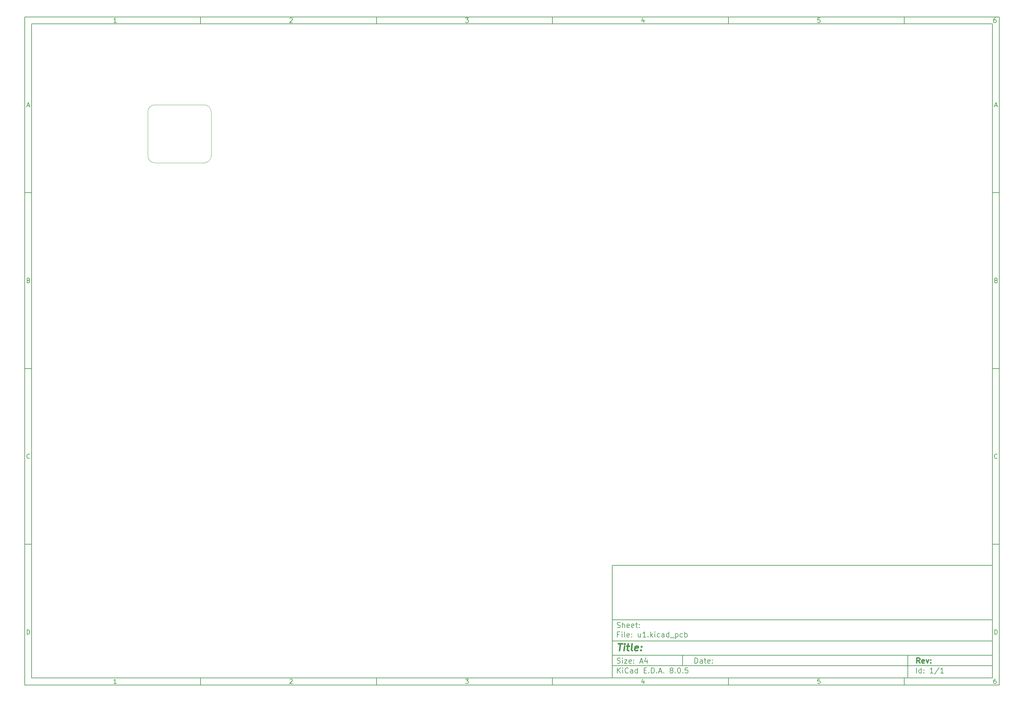
<source format=gm1>
%TF.GenerationSoftware,KiCad,Pcbnew,8.0.5*%
%TF.CreationDate,2024-11-25T09:27:34+08:00*%
%TF.ProjectId,u1,75312e6b-6963-4616-945f-706362585858,rev?*%
%TF.SameCoordinates,PX2aea540PY2160ec0*%
%TF.FileFunction,Profile,NP*%
%FSLAX46Y46*%
G04 Gerber Fmt 4.6, Leading zero omitted, Abs format (unit mm)*
G04 Created by KiCad (PCBNEW 8.0.5) date 2024-11-25 09:27:34*
%MOMM*%
%LPD*%
G01*
G04 APERTURE LIST*
%ADD10C,0.100000*%
%ADD11C,0.150000*%
%ADD12C,0.300000*%
%ADD13C,0.400000*%
%TA.AperFunction,Profile*%
%ADD14C,0.050000*%
%TD*%
G04 APERTURE END LIST*
D10*
D11*
X132002200Y-131007200D02*
X240002200Y-131007200D01*
X240002200Y-163007200D01*
X132002200Y-163007200D01*
X132002200Y-131007200D01*
D10*
D11*
X-35000000Y25000000D02*
X242002200Y25000000D01*
X242002200Y-165007200D01*
X-35000000Y-165007200D01*
X-35000000Y25000000D01*
D10*
D11*
X-33000000Y23000000D02*
X240002200Y23000000D01*
X240002200Y-163007200D01*
X-33000000Y-163007200D01*
X-33000000Y23000000D01*
D10*
D11*
X15000000Y23000000D02*
X15000000Y25000000D01*
D10*
D11*
X65000000Y23000000D02*
X65000000Y25000000D01*
D10*
D11*
X115000000Y23000000D02*
X115000000Y25000000D01*
D10*
D11*
X165000000Y23000000D02*
X165000000Y25000000D01*
D10*
D11*
X215000000Y23000000D02*
X215000000Y25000000D01*
D10*
D11*
X-8910840Y23406396D02*
X-9653697Y23406396D01*
X-9282269Y23406396D02*
X-9282269Y24706396D01*
X-9282269Y24706396D02*
X-9406078Y24520681D01*
X-9406078Y24520681D02*
X-9529888Y24396872D01*
X-9529888Y24396872D02*
X-9653697Y24334967D01*
D10*
D11*
X40346303Y24582586D02*
X40408207Y24644491D01*
X40408207Y24644491D02*
X40532017Y24706396D01*
X40532017Y24706396D02*
X40841541Y24706396D01*
X40841541Y24706396D02*
X40965350Y24644491D01*
X40965350Y24644491D02*
X41027255Y24582586D01*
X41027255Y24582586D02*
X41089160Y24458777D01*
X41089160Y24458777D02*
X41089160Y24334967D01*
X41089160Y24334967D02*
X41027255Y24149253D01*
X41027255Y24149253D02*
X40284398Y23406396D01*
X40284398Y23406396D02*
X41089160Y23406396D01*
D10*
D11*
X90284398Y24706396D02*
X91089160Y24706396D01*
X91089160Y24706396D02*
X90655826Y24211158D01*
X90655826Y24211158D02*
X90841541Y24211158D01*
X90841541Y24211158D02*
X90965350Y24149253D01*
X90965350Y24149253D02*
X91027255Y24087348D01*
X91027255Y24087348D02*
X91089160Y23963539D01*
X91089160Y23963539D02*
X91089160Y23654015D01*
X91089160Y23654015D02*
X91027255Y23530205D01*
X91027255Y23530205D02*
X90965350Y23468300D01*
X90965350Y23468300D02*
X90841541Y23406396D01*
X90841541Y23406396D02*
X90470112Y23406396D01*
X90470112Y23406396D02*
X90346303Y23468300D01*
X90346303Y23468300D02*
X90284398Y23530205D01*
D10*
D11*
X140965350Y24273062D02*
X140965350Y23406396D01*
X140655826Y24768300D02*
X140346303Y23839729D01*
X140346303Y23839729D02*
X141151064Y23839729D01*
D10*
D11*
X191027255Y24706396D02*
X190408207Y24706396D01*
X190408207Y24706396D02*
X190346303Y24087348D01*
X190346303Y24087348D02*
X190408207Y24149253D01*
X190408207Y24149253D02*
X190532017Y24211158D01*
X190532017Y24211158D02*
X190841541Y24211158D01*
X190841541Y24211158D02*
X190965350Y24149253D01*
X190965350Y24149253D02*
X191027255Y24087348D01*
X191027255Y24087348D02*
X191089160Y23963539D01*
X191089160Y23963539D02*
X191089160Y23654015D01*
X191089160Y23654015D02*
X191027255Y23530205D01*
X191027255Y23530205D02*
X190965350Y23468300D01*
X190965350Y23468300D02*
X190841541Y23406396D01*
X190841541Y23406396D02*
X190532017Y23406396D01*
X190532017Y23406396D02*
X190408207Y23468300D01*
X190408207Y23468300D02*
X190346303Y23530205D01*
D10*
D11*
X240965350Y24706396D02*
X240717731Y24706396D01*
X240717731Y24706396D02*
X240593922Y24644491D01*
X240593922Y24644491D02*
X240532017Y24582586D01*
X240532017Y24582586D02*
X240408207Y24396872D01*
X240408207Y24396872D02*
X240346303Y24149253D01*
X240346303Y24149253D02*
X240346303Y23654015D01*
X240346303Y23654015D02*
X240408207Y23530205D01*
X240408207Y23530205D02*
X240470112Y23468300D01*
X240470112Y23468300D02*
X240593922Y23406396D01*
X240593922Y23406396D02*
X240841541Y23406396D01*
X240841541Y23406396D02*
X240965350Y23468300D01*
X240965350Y23468300D02*
X241027255Y23530205D01*
X241027255Y23530205D02*
X241089160Y23654015D01*
X241089160Y23654015D02*
X241089160Y23963539D01*
X241089160Y23963539D02*
X241027255Y24087348D01*
X241027255Y24087348D02*
X240965350Y24149253D01*
X240965350Y24149253D02*
X240841541Y24211158D01*
X240841541Y24211158D02*
X240593922Y24211158D01*
X240593922Y24211158D02*
X240470112Y24149253D01*
X240470112Y24149253D02*
X240408207Y24087348D01*
X240408207Y24087348D02*
X240346303Y23963539D01*
D10*
D11*
X15000000Y-163007200D02*
X15000000Y-165007200D01*
D10*
D11*
X65000000Y-163007200D02*
X65000000Y-165007200D01*
D10*
D11*
X115000000Y-163007200D02*
X115000000Y-165007200D01*
D10*
D11*
X165000000Y-163007200D02*
X165000000Y-165007200D01*
D10*
D11*
X215000000Y-163007200D02*
X215000000Y-165007200D01*
D10*
D11*
X-8910840Y-164600804D02*
X-9653697Y-164600804D01*
X-9282269Y-164600804D02*
X-9282269Y-163300804D01*
X-9282269Y-163300804D02*
X-9406078Y-163486519D01*
X-9406078Y-163486519D02*
X-9529888Y-163610328D01*
X-9529888Y-163610328D02*
X-9653697Y-163672233D01*
D10*
D11*
X40346303Y-163424614D02*
X40408207Y-163362709D01*
X40408207Y-163362709D02*
X40532017Y-163300804D01*
X40532017Y-163300804D02*
X40841541Y-163300804D01*
X40841541Y-163300804D02*
X40965350Y-163362709D01*
X40965350Y-163362709D02*
X41027255Y-163424614D01*
X41027255Y-163424614D02*
X41089160Y-163548423D01*
X41089160Y-163548423D02*
X41089160Y-163672233D01*
X41089160Y-163672233D02*
X41027255Y-163857947D01*
X41027255Y-163857947D02*
X40284398Y-164600804D01*
X40284398Y-164600804D02*
X41089160Y-164600804D01*
D10*
D11*
X90284398Y-163300804D02*
X91089160Y-163300804D01*
X91089160Y-163300804D02*
X90655826Y-163796042D01*
X90655826Y-163796042D02*
X90841541Y-163796042D01*
X90841541Y-163796042D02*
X90965350Y-163857947D01*
X90965350Y-163857947D02*
X91027255Y-163919852D01*
X91027255Y-163919852D02*
X91089160Y-164043661D01*
X91089160Y-164043661D02*
X91089160Y-164353185D01*
X91089160Y-164353185D02*
X91027255Y-164476995D01*
X91027255Y-164476995D02*
X90965350Y-164538900D01*
X90965350Y-164538900D02*
X90841541Y-164600804D01*
X90841541Y-164600804D02*
X90470112Y-164600804D01*
X90470112Y-164600804D02*
X90346303Y-164538900D01*
X90346303Y-164538900D02*
X90284398Y-164476995D01*
D10*
D11*
X140965350Y-163734138D02*
X140965350Y-164600804D01*
X140655826Y-163238900D02*
X140346303Y-164167471D01*
X140346303Y-164167471D02*
X141151064Y-164167471D01*
D10*
D11*
X191027255Y-163300804D02*
X190408207Y-163300804D01*
X190408207Y-163300804D02*
X190346303Y-163919852D01*
X190346303Y-163919852D02*
X190408207Y-163857947D01*
X190408207Y-163857947D02*
X190532017Y-163796042D01*
X190532017Y-163796042D02*
X190841541Y-163796042D01*
X190841541Y-163796042D02*
X190965350Y-163857947D01*
X190965350Y-163857947D02*
X191027255Y-163919852D01*
X191027255Y-163919852D02*
X191089160Y-164043661D01*
X191089160Y-164043661D02*
X191089160Y-164353185D01*
X191089160Y-164353185D02*
X191027255Y-164476995D01*
X191027255Y-164476995D02*
X190965350Y-164538900D01*
X190965350Y-164538900D02*
X190841541Y-164600804D01*
X190841541Y-164600804D02*
X190532017Y-164600804D01*
X190532017Y-164600804D02*
X190408207Y-164538900D01*
X190408207Y-164538900D02*
X190346303Y-164476995D01*
D10*
D11*
X240965350Y-163300804D02*
X240717731Y-163300804D01*
X240717731Y-163300804D02*
X240593922Y-163362709D01*
X240593922Y-163362709D02*
X240532017Y-163424614D01*
X240532017Y-163424614D02*
X240408207Y-163610328D01*
X240408207Y-163610328D02*
X240346303Y-163857947D01*
X240346303Y-163857947D02*
X240346303Y-164353185D01*
X240346303Y-164353185D02*
X240408207Y-164476995D01*
X240408207Y-164476995D02*
X240470112Y-164538900D01*
X240470112Y-164538900D02*
X240593922Y-164600804D01*
X240593922Y-164600804D02*
X240841541Y-164600804D01*
X240841541Y-164600804D02*
X240965350Y-164538900D01*
X240965350Y-164538900D02*
X241027255Y-164476995D01*
X241027255Y-164476995D02*
X241089160Y-164353185D01*
X241089160Y-164353185D02*
X241089160Y-164043661D01*
X241089160Y-164043661D02*
X241027255Y-163919852D01*
X241027255Y-163919852D02*
X240965350Y-163857947D01*
X240965350Y-163857947D02*
X240841541Y-163796042D01*
X240841541Y-163796042D02*
X240593922Y-163796042D01*
X240593922Y-163796042D02*
X240470112Y-163857947D01*
X240470112Y-163857947D02*
X240408207Y-163919852D01*
X240408207Y-163919852D02*
X240346303Y-164043661D01*
D10*
D11*
X-35000000Y-25000000D02*
X-33000000Y-25000000D01*
D10*
D11*
X-35000000Y-75000000D02*
X-33000000Y-75000000D01*
D10*
D11*
X-35000000Y-125000000D02*
X-33000000Y-125000000D01*
D10*
D11*
X-34309524Y-222176D02*
X-33690477Y-222176D01*
X-34433334Y-593604D02*
X-34000001Y706396D01*
X-34000001Y706396D02*
X-33566667Y-593604D01*
D10*
D11*
X-33907143Y-49912652D02*
X-33721429Y-49974557D01*
X-33721429Y-49974557D02*
X-33659524Y-50036461D01*
X-33659524Y-50036461D02*
X-33597620Y-50160271D01*
X-33597620Y-50160271D02*
X-33597620Y-50345985D01*
X-33597620Y-50345985D02*
X-33659524Y-50469795D01*
X-33659524Y-50469795D02*
X-33721429Y-50531700D01*
X-33721429Y-50531700D02*
X-33845239Y-50593604D01*
X-33845239Y-50593604D02*
X-34340477Y-50593604D01*
X-34340477Y-50593604D02*
X-34340477Y-49293604D01*
X-34340477Y-49293604D02*
X-33907143Y-49293604D01*
X-33907143Y-49293604D02*
X-33783334Y-49355509D01*
X-33783334Y-49355509D02*
X-33721429Y-49417414D01*
X-33721429Y-49417414D02*
X-33659524Y-49541223D01*
X-33659524Y-49541223D02*
X-33659524Y-49665033D01*
X-33659524Y-49665033D02*
X-33721429Y-49788842D01*
X-33721429Y-49788842D02*
X-33783334Y-49850747D01*
X-33783334Y-49850747D02*
X-33907143Y-49912652D01*
X-33907143Y-49912652D02*
X-34340477Y-49912652D01*
D10*
D11*
X-33597620Y-100469795D02*
X-33659524Y-100531700D01*
X-33659524Y-100531700D02*
X-33845239Y-100593604D01*
X-33845239Y-100593604D02*
X-33969048Y-100593604D01*
X-33969048Y-100593604D02*
X-34154762Y-100531700D01*
X-34154762Y-100531700D02*
X-34278572Y-100407890D01*
X-34278572Y-100407890D02*
X-34340477Y-100284080D01*
X-34340477Y-100284080D02*
X-34402381Y-100036461D01*
X-34402381Y-100036461D02*
X-34402381Y-99850747D01*
X-34402381Y-99850747D02*
X-34340477Y-99603128D01*
X-34340477Y-99603128D02*
X-34278572Y-99479319D01*
X-34278572Y-99479319D02*
X-34154762Y-99355509D01*
X-34154762Y-99355509D02*
X-33969048Y-99293604D01*
X-33969048Y-99293604D02*
X-33845239Y-99293604D01*
X-33845239Y-99293604D02*
X-33659524Y-99355509D01*
X-33659524Y-99355509D02*
X-33597620Y-99417414D01*
D10*
D11*
X-34340477Y-150593604D02*
X-34340477Y-149293604D01*
X-34340477Y-149293604D02*
X-34030953Y-149293604D01*
X-34030953Y-149293604D02*
X-33845239Y-149355509D01*
X-33845239Y-149355509D02*
X-33721429Y-149479319D01*
X-33721429Y-149479319D02*
X-33659524Y-149603128D01*
X-33659524Y-149603128D02*
X-33597620Y-149850747D01*
X-33597620Y-149850747D02*
X-33597620Y-150036461D01*
X-33597620Y-150036461D02*
X-33659524Y-150284080D01*
X-33659524Y-150284080D02*
X-33721429Y-150407890D01*
X-33721429Y-150407890D02*
X-33845239Y-150531700D01*
X-33845239Y-150531700D02*
X-34030953Y-150593604D01*
X-34030953Y-150593604D02*
X-34340477Y-150593604D01*
D10*
D11*
X242002200Y-25000000D02*
X240002200Y-25000000D01*
D10*
D11*
X242002200Y-75000000D02*
X240002200Y-75000000D01*
D10*
D11*
X242002200Y-125000000D02*
X240002200Y-125000000D01*
D10*
D11*
X240692676Y-222176D02*
X241311723Y-222176D01*
X240568866Y-593604D02*
X241002199Y706396D01*
X241002199Y706396D02*
X241435533Y-593604D01*
D10*
D11*
X241095057Y-49912652D02*
X241280771Y-49974557D01*
X241280771Y-49974557D02*
X241342676Y-50036461D01*
X241342676Y-50036461D02*
X241404580Y-50160271D01*
X241404580Y-50160271D02*
X241404580Y-50345985D01*
X241404580Y-50345985D02*
X241342676Y-50469795D01*
X241342676Y-50469795D02*
X241280771Y-50531700D01*
X241280771Y-50531700D02*
X241156961Y-50593604D01*
X241156961Y-50593604D02*
X240661723Y-50593604D01*
X240661723Y-50593604D02*
X240661723Y-49293604D01*
X240661723Y-49293604D02*
X241095057Y-49293604D01*
X241095057Y-49293604D02*
X241218866Y-49355509D01*
X241218866Y-49355509D02*
X241280771Y-49417414D01*
X241280771Y-49417414D02*
X241342676Y-49541223D01*
X241342676Y-49541223D02*
X241342676Y-49665033D01*
X241342676Y-49665033D02*
X241280771Y-49788842D01*
X241280771Y-49788842D02*
X241218866Y-49850747D01*
X241218866Y-49850747D02*
X241095057Y-49912652D01*
X241095057Y-49912652D02*
X240661723Y-49912652D01*
D10*
D11*
X241404580Y-100469795D02*
X241342676Y-100531700D01*
X241342676Y-100531700D02*
X241156961Y-100593604D01*
X241156961Y-100593604D02*
X241033152Y-100593604D01*
X241033152Y-100593604D02*
X240847438Y-100531700D01*
X240847438Y-100531700D02*
X240723628Y-100407890D01*
X240723628Y-100407890D02*
X240661723Y-100284080D01*
X240661723Y-100284080D02*
X240599819Y-100036461D01*
X240599819Y-100036461D02*
X240599819Y-99850747D01*
X240599819Y-99850747D02*
X240661723Y-99603128D01*
X240661723Y-99603128D02*
X240723628Y-99479319D01*
X240723628Y-99479319D02*
X240847438Y-99355509D01*
X240847438Y-99355509D02*
X241033152Y-99293604D01*
X241033152Y-99293604D02*
X241156961Y-99293604D01*
X241156961Y-99293604D02*
X241342676Y-99355509D01*
X241342676Y-99355509D02*
X241404580Y-99417414D01*
D10*
D11*
X240661723Y-150593604D02*
X240661723Y-149293604D01*
X240661723Y-149293604D02*
X240971247Y-149293604D01*
X240971247Y-149293604D02*
X241156961Y-149355509D01*
X241156961Y-149355509D02*
X241280771Y-149479319D01*
X241280771Y-149479319D02*
X241342676Y-149603128D01*
X241342676Y-149603128D02*
X241404580Y-149850747D01*
X241404580Y-149850747D02*
X241404580Y-150036461D01*
X241404580Y-150036461D02*
X241342676Y-150284080D01*
X241342676Y-150284080D02*
X241280771Y-150407890D01*
X241280771Y-150407890D02*
X241156961Y-150531700D01*
X241156961Y-150531700D02*
X240971247Y-150593604D01*
X240971247Y-150593604D02*
X240661723Y-150593604D01*
D10*
D11*
X155458026Y-158793328D02*
X155458026Y-157293328D01*
X155458026Y-157293328D02*
X155815169Y-157293328D01*
X155815169Y-157293328D02*
X156029455Y-157364757D01*
X156029455Y-157364757D02*
X156172312Y-157507614D01*
X156172312Y-157507614D02*
X156243741Y-157650471D01*
X156243741Y-157650471D02*
X156315169Y-157936185D01*
X156315169Y-157936185D02*
X156315169Y-158150471D01*
X156315169Y-158150471D02*
X156243741Y-158436185D01*
X156243741Y-158436185D02*
X156172312Y-158579042D01*
X156172312Y-158579042D02*
X156029455Y-158721900D01*
X156029455Y-158721900D02*
X155815169Y-158793328D01*
X155815169Y-158793328D02*
X155458026Y-158793328D01*
X157600884Y-158793328D02*
X157600884Y-158007614D01*
X157600884Y-158007614D02*
X157529455Y-157864757D01*
X157529455Y-157864757D02*
X157386598Y-157793328D01*
X157386598Y-157793328D02*
X157100884Y-157793328D01*
X157100884Y-157793328D02*
X156958026Y-157864757D01*
X157600884Y-158721900D02*
X157458026Y-158793328D01*
X157458026Y-158793328D02*
X157100884Y-158793328D01*
X157100884Y-158793328D02*
X156958026Y-158721900D01*
X156958026Y-158721900D02*
X156886598Y-158579042D01*
X156886598Y-158579042D02*
X156886598Y-158436185D01*
X156886598Y-158436185D02*
X156958026Y-158293328D01*
X156958026Y-158293328D02*
X157100884Y-158221900D01*
X157100884Y-158221900D02*
X157458026Y-158221900D01*
X157458026Y-158221900D02*
X157600884Y-158150471D01*
X158100884Y-157793328D02*
X158672312Y-157793328D01*
X158315169Y-157293328D02*
X158315169Y-158579042D01*
X158315169Y-158579042D02*
X158386598Y-158721900D01*
X158386598Y-158721900D02*
X158529455Y-158793328D01*
X158529455Y-158793328D02*
X158672312Y-158793328D01*
X159743741Y-158721900D02*
X159600884Y-158793328D01*
X159600884Y-158793328D02*
X159315170Y-158793328D01*
X159315170Y-158793328D02*
X159172312Y-158721900D01*
X159172312Y-158721900D02*
X159100884Y-158579042D01*
X159100884Y-158579042D02*
X159100884Y-158007614D01*
X159100884Y-158007614D02*
X159172312Y-157864757D01*
X159172312Y-157864757D02*
X159315170Y-157793328D01*
X159315170Y-157793328D02*
X159600884Y-157793328D01*
X159600884Y-157793328D02*
X159743741Y-157864757D01*
X159743741Y-157864757D02*
X159815170Y-158007614D01*
X159815170Y-158007614D02*
X159815170Y-158150471D01*
X159815170Y-158150471D02*
X159100884Y-158293328D01*
X160458026Y-158650471D02*
X160529455Y-158721900D01*
X160529455Y-158721900D02*
X160458026Y-158793328D01*
X160458026Y-158793328D02*
X160386598Y-158721900D01*
X160386598Y-158721900D02*
X160458026Y-158650471D01*
X160458026Y-158650471D02*
X160458026Y-158793328D01*
X160458026Y-157864757D02*
X160529455Y-157936185D01*
X160529455Y-157936185D02*
X160458026Y-158007614D01*
X160458026Y-158007614D02*
X160386598Y-157936185D01*
X160386598Y-157936185D02*
X160458026Y-157864757D01*
X160458026Y-157864757D02*
X160458026Y-158007614D01*
D10*
D11*
X132002200Y-159507200D02*
X240002200Y-159507200D01*
D10*
D11*
X133458026Y-161593328D02*
X133458026Y-160093328D01*
X134315169Y-161593328D02*
X133672312Y-160736185D01*
X134315169Y-160093328D02*
X133458026Y-160950471D01*
X134958026Y-161593328D02*
X134958026Y-160593328D01*
X134958026Y-160093328D02*
X134886598Y-160164757D01*
X134886598Y-160164757D02*
X134958026Y-160236185D01*
X134958026Y-160236185D02*
X135029455Y-160164757D01*
X135029455Y-160164757D02*
X134958026Y-160093328D01*
X134958026Y-160093328D02*
X134958026Y-160236185D01*
X136529455Y-161450471D02*
X136458027Y-161521900D01*
X136458027Y-161521900D02*
X136243741Y-161593328D01*
X136243741Y-161593328D02*
X136100884Y-161593328D01*
X136100884Y-161593328D02*
X135886598Y-161521900D01*
X135886598Y-161521900D02*
X135743741Y-161379042D01*
X135743741Y-161379042D02*
X135672312Y-161236185D01*
X135672312Y-161236185D02*
X135600884Y-160950471D01*
X135600884Y-160950471D02*
X135600884Y-160736185D01*
X135600884Y-160736185D02*
X135672312Y-160450471D01*
X135672312Y-160450471D02*
X135743741Y-160307614D01*
X135743741Y-160307614D02*
X135886598Y-160164757D01*
X135886598Y-160164757D02*
X136100884Y-160093328D01*
X136100884Y-160093328D02*
X136243741Y-160093328D01*
X136243741Y-160093328D02*
X136458027Y-160164757D01*
X136458027Y-160164757D02*
X136529455Y-160236185D01*
X137815170Y-161593328D02*
X137815170Y-160807614D01*
X137815170Y-160807614D02*
X137743741Y-160664757D01*
X137743741Y-160664757D02*
X137600884Y-160593328D01*
X137600884Y-160593328D02*
X137315170Y-160593328D01*
X137315170Y-160593328D02*
X137172312Y-160664757D01*
X137815170Y-161521900D02*
X137672312Y-161593328D01*
X137672312Y-161593328D02*
X137315170Y-161593328D01*
X137315170Y-161593328D02*
X137172312Y-161521900D01*
X137172312Y-161521900D02*
X137100884Y-161379042D01*
X137100884Y-161379042D02*
X137100884Y-161236185D01*
X137100884Y-161236185D02*
X137172312Y-161093328D01*
X137172312Y-161093328D02*
X137315170Y-161021900D01*
X137315170Y-161021900D02*
X137672312Y-161021900D01*
X137672312Y-161021900D02*
X137815170Y-160950471D01*
X139172313Y-161593328D02*
X139172313Y-160093328D01*
X139172313Y-161521900D02*
X139029455Y-161593328D01*
X139029455Y-161593328D02*
X138743741Y-161593328D01*
X138743741Y-161593328D02*
X138600884Y-161521900D01*
X138600884Y-161521900D02*
X138529455Y-161450471D01*
X138529455Y-161450471D02*
X138458027Y-161307614D01*
X138458027Y-161307614D02*
X138458027Y-160879042D01*
X138458027Y-160879042D02*
X138529455Y-160736185D01*
X138529455Y-160736185D02*
X138600884Y-160664757D01*
X138600884Y-160664757D02*
X138743741Y-160593328D01*
X138743741Y-160593328D02*
X139029455Y-160593328D01*
X139029455Y-160593328D02*
X139172313Y-160664757D01*
X141029455Y-160807614D02*
X141529455Y-160807614D01*
X141743741Y-161593328D02*
X141029455Y-161593328D01*
X141029455Y-161593328D02*
X141029455Y-160093328D01*
X141029455Y-160093328D02*
X141743741Y-160093328D01*
X142386598Y-161450471D02*
X142458027Y-161521900D01*
X142458027Y-161521900D02*
X142386598Y-161593328D01*
X142386598Y-161593328D02*
X142315170Y-161521900D01*
X142315170Y-161521900D02*
X142386598Y-161450471D01*
X142386598Y-161450471D02*
X142386598Y-161593328D01*
X143100884Y-161593328D02*
X143100884Y-160093328D01*
X143100884Y-160093328D02*
X143458027Y-160093328D01*
X143458027Y-160093328D02*
X143672313Y-160164757D01*
X143672313Y-160164757D02*
X143815170Y-160307614D01*
X143815170Y-160307614D02*
X143886599Y-160450471D01*
X143886599Y-160450471D02*
X143958027Y-160736185D01*
X143958027Y-160736185D02*
X143958027Y-160950471D01*
X143958027Y-160950471D02*
X143886599Y-161236185D01*
X143886599Y-161236185D02*
X143815170Y-161379042D01*
X143815170Y-161379042D02*
X143672313Y-161521900D01*
X143672313Y-161521900D02*
X143458027Y-161593328D01*
X143458027Y-161593328D02*
X143100884Y-161593328D01*
X144600884Y-161450471D02*
X144672313Y-161521900D01*
X144672313Y-161521900D02*
X144600884Y-161593328D01*
X144600884Y-161593328D02*
X144529456Y-161521900D01*
X144529456Y-161521900D02*
X144600884Y-161450471D01*
X144600884Y-161450471D02*
X144600884Y-161593328D01*
X145243742Y-161164757D02*
X145958028Y-161164757D01*
X145100885Y-161593328D02*
X145600885Y-160093328D01*
X145600885Y-160093328D02*
X146100885Y-161593328D01*
X146600884Y-161450471D02*
X146672313Y-161521900D01*
X146672313Y-161521900D02*
X146600884Y-161593328D01*
X146600884Y-161593328D02*
X146529456Y-161521900D01*
X146529456Y-161521900D02*
X146600884Y-161450471D01*
X146600884Y-161450471D02*
X146600884Y-161593328D01*
X148672313Y-160736185D02*
X148529456Y-160664757D01*
X148529456Y-160664757D02*
X148458027Y-160593328D01*
X148458027Y-160593328D02*
X148386599Y-160450471D01*
X148386599Y-160450471D02*
X148386599Y-160379042D01*
X148386599Y-160379042D02*
X148458027Y-160236185D01*
X148458027Y-160236185D02*
X148529456Y-160164757D01*
X148529456Y-160164757D02*
X148672313Y-160093328D01*
X148672313Y-160093328D02*
X148958027Y-160093328D01*
X148958027Y-160093328D02*
X149100885Y-160164757D01*
X149100885Y-160164757D02*
X149172313Y-160236185D01*
X149172313Y-160236185D02*
X149243742Y-160379042D01*
X149243742Y-160379042D02*
X149243742Y-160450471D01*
X149243742Y-160450471D02*
X149172313Y-160593328D01*
X149172313Y-160593328D02*
X149100885Y-160664757D01*
X149100885Y-160664757D02*
X148958027Y-160736185D01*
X148958027Y-160736185D02*
X148672313Y-160736185D01*
X148672313Y-160736185D02*
X148529456Y-160807614D01*
X148529456Y-160807614D02*
X148458027Y-160879042D01*
X148458027Y-160879042D02*
X148386599Y-161021900D01*
X148386599Y-161021900D02*
X148386599Y-161307614D01*
X148386599Y-161307614D02*
X148458027Y-161450471D01*
X148458027Y-161450471D02*
X148529456Y-161521900D01*
X148529456Y-161521900D02*
X148672313Y-161593328D01*
X148672313Y-161593328D02*
X148958027Y-161593328D01*
X148958027Y-161593328D02*
X149100885Y-161521900D01*
X149100885Y-161521900D02*
X149172313Y-161450471D01*
X149172313Y-161450471D02*
X149243742Y-161307614D01*
X149243742Y-161307614D02*
X149243742Y-161021900D01*
X149243742Y-161021900D02*
X149172313Y-160879042D01*
X149172313Y-160879042D02*
X149100885Y-160807614D01*
X149100885Y-160807614D02*
X148958027Y-160736185D01*
X149886598Y-161450471D02*
X149958027Y-161521900D01*
X149958027Y-161521900D02*
X149886598Y-161593328D01*
X149886598Y-161593328D02*
X149815170Y-161521900D01*
X149815170Y-161521900D02*
X149886598Y-161450471D01*
X149886598Y-161450471D02*
X149886598Y-161593328D01*
X150886599Y-160093328D02*
X151029456Y-160093328D01*
X151029456Y-160093328D02*
X151172313Y-160164757D01*
X151172313Y-160164757D02*
X151243742Y-160236185D01*
X151243742Y-160236185D02*
X151315170Y-160379042D01*
X151315170Y-160379042D02*
X151386599Y-160664757D01*
X151386599Y-160664757D02*
X151386599Y-161021900D01*
X151386599Y-161021900D02*
X151315170Y-161307614D01*
X151315170Y-161307614D02*
X151243742Y-161450471D01*
X151243742Y-161450471D02*
X151172313Y-161521900D01*
X151172313Y-161521900D02*
X151029456Y-161593328D01*
X151029456Y-161593328D02*
X150886599Y-161593328D01*
X150886599Y-161593328D02*
X150743742Y-161521900D01*
X150743742Y-161521900D02*
X150672313Y-161450471D01*
X150672313Y-161450471D02*
X150600884Y-161307614D01*
X150600884Y-161307614D02*
X150529456Y-161021900D01*
X150529456Y-161021900D02*
X150529456Y-160664757D01*
X150529456Y-160664757D02*
X150600884Y-160379042D01*
X150600884Y-160379042D02*
X150672313Y-160236185D01*
X150672313Y-160236185D02*
X150743742Y-160164757D01*
X150743742Y-160164757D02*
X150886599Y-160093328D01*
X152029455Y-161450471D02*
X152100884Y-161521900D01*
X152100884Y-161521900D02*
X152029455Y-161593328D01*
X152029455Y-161593328D02*
X151958027Y-161521900D01*
X151958027Y-161521900D02*
X152029455Y-161450471D01*
X152029455Y-161450471D02*
X152029455Y-161593328D01*
X153458027Y-160093328D02*
X152743741Y-160093328D01*
X152743741Y-160093328D02*
X152672313Y-160807614D01*
X152672313Y-160807614D02*
X152743741Y-160736185D01*
X152743741Y-160736185D02*
X152886599Y-160664757D01*
X152886599Y-160664757D02*
X153243741Y-160664757D01*
X153243741Y-160664757D02*
X153386599Y-160736185D01*
X153386599Y-160736185D02*
X153458027Y-160807614D01*
X153458027Y-160807614D02*
X153529456Y-160950471D01*
X153529456Y-160950471D02*
X153529456Y-161307614D01*
X153529456Y-161307614D02*
X153458027Y-161450471D01*
X153458027Y-161450471D02*
X153386599Y-161521900D01*
X153386599Y-161521900D02*
X153243741Y-161593328D01*
X153243741Y-161593328D02*
X152886599Y-161593328D01*
X152886599Y-161593328D02*
X152743741Y-161521900D01*
X152743741Y-161521900D02*
X152672313Y-161450471D01*
D10*
D11*
X132002200Y-156507200D02*
X240002200Y-156507200D01*
D10*
D12*
X219413853Y-158785528D02*
X218913853Y-158071242D01*
X218556710Y-158785528D02*
X218556710Y-157285528D01*
X218556710Y-157285528D02*
X219128139Y-157285528D01*
X219128139Y-157285528D02*
X219270996Y-157356957D01*
X219270996Y-157356957D02*
X219342425Y-157428385D01*
X219342425Y-157428385D02*
X219413853Y-157571242D01*
X219413853Y-157571242D02*
X219413853Y-157785528D01*
X219413853Y-157785528D02*
X219342425Y-157928385D01*
X219342425Y-157928385D02*
X219270996Y-157999814D01*
X219270996Y-157999814D02*
X219128139Y-158071242D01*
X219128139Y-158071242D02*
X218556710Y-158071242D01*
X220628139Y-158714100D02*
X220485282Y-158785528D01*
X220485282Y-158785528D02*
X220199568Y-158785528D01*
X220199568Y-158785528D02*
X220056710Y-158714100D01*
X220056710Y-158714100D02*
X219985282Y-158571242D01*
X219985282Y-158571242D02*
X219985282Y-157999814D01*
X219985282Y-157999814D02*
X220056710Y-157856957D01*
X220056710Y-157856957D02*
X220199568Y-157785528D01*
X220199568Y-157785528D02*
X220485282Y-157785528D01*
X220485282Y-157785528D02*
X220628139Y-157856957D01*
X220628139Y-157856957D02*
X220699568Y-157999814D01*
X220699568Y-157999814D02*
X220699568Y-158142671D01*
X220699568Y-158142671D02*
X219985282Y-158285528D01*
X221199567Y-157785528D02*
X221556710Y-158785528D01*
X221556710Y-158785528D02*
X221913853Y-157785528D01*
X222485281Y-158642671D02*
X222556710Y-158714100D01*
X222556710Y-158714100D02*
X222485281Y-158785528D01*
X222485281Y-158785528D02*
X222413853Y-158714100D01*
X222413853Y-158714100D02*
X222485281Y-158642671D01*
X222485281Y-158642671D02*
X222485281Y-158785528D01*
X222485281Y-157856957D02*
X222556710Y-157928385D01*
X222556710Y-157928385D02*
X222485281Y-157999814D01*
X222485281Y-157999814D02*
X222413853Y-157928385D01*
X222413853Y-157928385D02*
X222485281Y-157856957D01*
X222485281Y-157856957D02*
X222485281Y-157999814D01*
D10*
D11*
X133386598Y-158721900D02*
X133600884Y-158793328D01*
X133600884Y-158793328D02*
X133958026Y-158793328D01*
X133958026Y-158793328D02*
X134100884Y-158721900D01*
X134100884Y-158721900D02*
X134172312Y-158650471D01*
X134172312Y-158650471D02*
X134243741Y-158507614D01*
X134243741Y-158507614D02*
X134243741Y-158364757D01*
X134243741Y-158364757D02*
X134172312Y-158221900D01*
X134172312Y-158221900D02*
X134100884Y-158150471D01*
X134100884Y-158150471D02*
X133958026Y-158079042D01*
X133958026Y-158079042D02*
X133672312Y-158007614D01*
X133672312Y-158007614D02*
X133529455Y-157936185D01*
X133529455Y-157936185D02*
X133458026Y-157864757D01*
X133458026Y-157864757D02*
X133386598Y-157721900D01*
X133386598Y-157721900D02*
X133386598Y-157579042D01*
X133386598Y-157579042D02*
X133458026Y-157436185D01*
X133458026Y-157436185D02*
X133529455Y-157364757D01*
X133529455Y-157364757D02*
X133672312Y-157293328D01*
X133672312Y-157293328D02*
X134029455Y-157293328D01*
X134029455Y-157293328D02*
X134243741Y-157364757D01*
X134886597Y-158793328D02*
X134886597Y-157793328D01*
X134886597Y-157293328D02*
X134815169Y-157364757D01*
X134815169Y-157364757D02*
X134886597Y-157436185D01*
X134886597Y-157436185D02*
X134958026Y-157364757D01*
X134958026Y-157364757D02*
X134886597Y-157293328D01*
X134886597Y-157293328D02*
X134886597Y-157436185D01*
X135458026Y-157793328D02*
X136243741Y-157793328D01*
X136243741Y-157793328D02*
X135458026Y-158793328D01*
X135458026Y-158793328D02*
X136243741Y-158793328D01*
X137386598Y-158721900D02*
X137243741Y-158793328D01*
X137243741Y-158793328D02*
X136958027Y-158793328D01*
X136958027Y-158793328D02*
X136815169Y-158721900D01*
X136815169Y-158721900D02*
X136743741Y-158579042D01*
X136743741Y-158579042D02*
X136743741Y-158007614D01*
X136743741Y-158007614D02*
X136815169Y-157864757D01*
X136815169Y-157864757D02*
X136958027Y-157793328D01*
X136958027Y-157793328D02*
X137243741Y-157793328D01*
X137243741Y-157793328D02*
X137386598Y-157864757D01*
X137386598Y-157864757D02*
X137458027Y-158007614D01*
X137458027Y-158007614D02*
X137458027Y-158150471D01*
X137458027Y-158150471D02*
X136743741Y-158293328D01*
X138100883Y-158650471D02*
X138172312Y-158721900D01*
X138172312Y-158721900D02*
X138100883Y-158793328D01*
X138100883Y-158793328D02*
X138029455Y-158721900D01*
X138029455Y-158721900D02*
X138100883Y-158650471D01*
X138100883Y-158650471D02*
X138100883Y-158793328D01*
X138100883Y-157864757D02*
X138172312Y-157936185D01*
X138172312Y-157936185D02*
X138100883Y-158007614D01*
X138100883Y-158007614D02*
X138029455Y-157936185D01*
X138029455Y-157936185D02*
X138100883Y-157864757D01*
X138100883Y-157864757D02*
X138100883Y-158007614D01*
X139886598Y-158364757D02*
X140600884Y-158364757D01*
X139743741Y-158793328D02*
X140243741Y-157293328D01*
X140243741Y-157293328D02*
X140743741Y-158793328D01*
X141886598Y-157793328D02*
X141886598Y-158793328D01*
X141529455Y-157221900D02*
X141172312Y-158293328D01*
X141172312Y-158293328D02*
X142100883Y-158293328D01*
D10*
D11*
X218458026Y-161593328D02*
X218458026Y-160093328D01*
X219815170Y-161593328D02*
X219815170Y-160093328D01*
X219815170Y-161521900D02*
X219672312Y-161593328D01*
X219672312Y-161593328D02*
X219386598Y-161593328D01*
X219386598Y-161593328D02*
X219243741Y-161521900D01*
X219243741Y-161521900D02*
X219172312Y-161450471D01*
X219172312Y-161450471D02*
X219100884Y-161307614D01*
X219100884Y-161307614D02*
X219100884Y-160879042D01*
X219100884Y-160879042D02*
X219172312Y-160736185D01*
X219172312Y-160736185D02*
X219243741Y-160664757D01*
X219243741Y-160664757D02*
X219386598Y-160593328D01*
X219386598Y-160593328D02*
X219672312Y-160593328D01*
X219672312Y-160593328D02*
X219815170Y-160664757D01*
X220529455Y-161450471D02*
X220600884Y-161521900D01*
X220600884Y-161521900D02*
X220529455Y-161593328D01*
X220529455Y-161593328D02*
X220458027Y-161521900D01*
X220458027Y-161521900D02*
X220529455Y-161450471D01*
X220529455Y-161450471D02*
X220529455Y-161593328D01*
X220529455Y-160664757D02*
X220600884Y-160736185D01*
X220600884Y-160736185D02*
X220529455Y-160807614D01*
X220529455Y-160807614D02*
X220458027Y-160736185D01*
X220458027Y-160736185D02*
X220529455Y-160664757D01*
X220529455Y-160664757D02*
X220529455Y-160807614D01*
X223172313Y-161593328D02*
X222315170Y-161593328D01*
X222743741Y-161593328D02*
X222743741Y-160093328D01*
X222743741Y-160093328D02*
X222600884Y-160307614D01*
X222600884Y-160307614D02*
X222458027Y-160450471D01*
X222458027Y-160450471D02*
X222315170Y-160521900D01*
X224886598Y-160021900D02*
X223600884Y-161950471D01*
X226172313Y-161593328D02*
X225315170Y-161593328D01*
X225743741Y-161593328D02*
X225743741Y-160093328D01*
X225743741Y-160093328D02*
X225600884Y-160307614D01*
X225600884Y-160307614D02*
X225458027Y-160450471D01*
X225458027Y-160450471D02*
X225315170Y-160521900D01*
D10*
D11*
X132002200Y-152507200D02*
X240002200Y-152507200D01*
D10*
D13*
X133693928Y-153211638D02*
X134836785Y-153211638D01*
X134015357Y-155211638D02*
X134265357Y-153211638D01*
X135253452Y-155211638D02*
X135420119Y-153878304D01*
X135503452Y-153211638D02*
X135396309Y-153306876D01*
X135396309Y-153306876D02*
X135479643Y-153402114D01*
X135479643Y-153402114D02*
X135586786Y-153306876D01*
X135586786Y-153306876D02*
X135503452Y-153211638D01*
X135503452Y-153211638D02*
X135479643Y-153402114D01*
X136086786Y-153878304D02*
X136848690Y-153878304D01*
X136455833Y-153211638D02*
X136241548Y-154925923D01*
X136241548Y-154925923D02*
X136312976Y-155116400D01*
X136312976Y-155116400D02*
X136491548Y-155211638D01*
X136491548Y-155211638D02*
X136682024Y-155211638D01*
X137634405Y-155211638D02*
X137455833Y-155116400D01*
X137455833Y-155116400D02*
X137384405Y-154925923D01*
X137384405Y-154925923D02*
X137598690Y-153211638D01*
X139170119Y-155116400D02*
X138967738Y-155211638D01*
X138967738Y-155211638D02*
X138586785Y-155211638D01*
X138586785Y-155211638D02*
X138408214Y-155116400D01*
X138408214Y-155116400D02*
X138336785Y-154925923D01*
X138336785Y-154925923D02*
X138432024Y-154164019D01*
X138432024Y-154164019D02*
X138551071Y-153973542D01*
X138551071Y-153973542D02*
X138753452Y-153878304D01*
X138753452Y-153878304D02*
X139134404Y-153878304D01*
X139134404Y-153878304D02*
X139312976Y-153973542D01*
X139312976Y-153973542D02*
X139384404Y-154164019D01*
X139384404Y-154164019D02*
X139360595Y-154354495D01*
X139360595Y-154354495D02*
X138384404Y-154544971D01*
X140134405Y-155021161D02*
X140217738Y-155116400D01*
X140217738Y-155116400D02*
X140110595Y-155211638D01*
X140110595Y-155211638D02*
X140027262Y-155116400D01*
X140027262Y-155116400D02*
X140134405Y-155021161D01*
X140134405Y-155021161D02*
X140110595Y-155211638D01*
X140265357Y-153973542D02*
X140348690Y-154068780D01*
X140348690Y-154068780D02*
X140241548Y-154164019D01*
X140241548Y-154164019D02*
X140158214Y-154068780D01*
X140158214Y-154068780D02*
X140265357Y-153973542D01*
X140265357Y-153973542D02*
X140241548Y-154164019D01*
D10*
D11*
X133958026Y-150607614D02*
X133458026Y-150607614D01*
X133458026Y-151393328D02*
X133458026Y-149893328D01*
X133458026Y-149893328D02*
X134172312Y-149893328D01*
X134743740Y-151393328D02*
X134743740Y-150393328D01*
X134743740Y-149893328D02*
X134672312Y-149964757D01*
X134672312Y-149964757D02*
X134743740Y-150036185D01*
X134743740Y-150036185D02*
X134815169Y-149964757D01*
X134815169Y-149964757D02*
X134743740Y-149893328D01*
X134743740Y-149893328D02*
X134743740Y-150036185D01*
X135672312Y-151393328D02*
X135529455Y-151321900D01*
X135529455Y-151321900D02*
X135458026Y-151179042D01*
X135458026Y-151179042D02*
X135458026Y-149893328D01*
X136815169Y-151321900D02*
X136672312Y-151393328D01*
X136672312Y-151393328D02*
X136386598Y-151393328D01*
X136386598Y-151393328D02*
X136243740Y-151321900D01*
X136243740Y-151321900D02*
X136172312Y-151179042D01*
X136172312Y-151179042D02*
X136172312Y-150607614D01*
X136172312Y-150607614D02*
X136243740Y-150464757D01*
X136243740Y-150464757D02*
X136386598Y-150393328D01*
X136386598Y-150393328D02*
X136672312Y-150393328D01*
X136672312Y-150393328D02*
X136815169Y-150464757D01*
X136815169Y-150464757D02*
X136886598Y-150607614D01*
X136886598Y-150607614D02*
X136886598Y-150750471D01*
X136886598Y-150750471D02*
X136172312Y-150893328D01*
X137529454Y-151250471D02*
X137600883Y-151321900D01*
X137600883Y-151321900D02*
X137529454Y-151393328D01*
X137529454Y-151393328D02*
X137458026Y-151321900D01*
X137458026Y-151321900D02*
X137529454Y-151250471D01*
X137529454Y-151250471D02*
X137529454Y-151393328D01*
X137529454Y-150464757D02*
X137600883Y-150536185D01*
X137600883Y-150536185D02*
X137529454Y-150607614D01*
X137529454Y-150607614D02*
X137458026Y-150536185D01*
X137458026Y-150536185D02*
X137529454Y-150464757D01*
X137529454Y-150464757D02*
X137529454Y-150607614D01*
X140029455Y-150393328D02*
X140029455Y-151393328D01*
X139386597Y-150393328D02*
X139386597Y-151179042D01*
X139386597Y-151179042D02*
X139458026Y-151321900D01*
X139458026Y-151321900D02*
X139600883Y-151393328D01*
X139600883Y-151393328D02*
X139815169Y-151393328D01*
X139815169Y-151393328D02*
X139958026Y-151321900D01*
X139958026Y-151321900D02*
X140029455Y-151250471D01*
X141529455Y-151393328D02*
X140672312Y-151393328D01*
X141100883Y-151393328D02*
X141100883Y-149893328D01*
X141100883Y-149893328D02*
X140958026Y-150107614D01*
X140958026Y-150107614D02*
X140815169Y-150250471D01*
X140815169Y-150250471D02*
X140672312Y-150321900D01*
X142172311Y-151250471D02*
X142243740Y-151321900D01*
X142243740Y-151321900D02*
X142172311Y-151393328D01*
X142172311Y-151393328D02*
X142100883Y-151321900D01*
X142100883Y-151321900D02*
X142172311Y-151250471D01*
X142172311Y-151250471D02*
X142172311Y-151393328D01*
X142886597Y-151393328D02*
X142886597Y-149893328D01*
X143029455Y-150821900D02*
X143458026Y-151393328D01*
X143458026Y-150393328D02*
X142886597Y-150964757D01*
X144100883Y-151393328D02*
X144100883Y-150393328D01*
X144100883Y-149893328D02*
X144029455Y-149964757D01*
X144029455Y-149964757D02*
X144100883Y-150036185D01*
X144100883Y-150036185D02*
X144172312Y-149964757D01*
X144172312Y-149964757D02*
X144100883Y-149893328D01*
X144100883Y-149893328D02*
X144100883Y-150036185D01*
X145458027Y-151321900D02*
X145315169Y-151393328D01*
X145315169Y-151393328D02*
X145029455Y-151393328D01*
X145029455Y-151393328D02*
X144886598Y-151321900D01*
X144886598Y-151321900D02*
X144815169Y-151250471D01*
X144815169Y-151250471D02*
X144743741Y-151107614D01*
X144743741Y-151107614D02*
X144743741Y-150679042D01*
X144743741Y-150679042D02*
X144815169Y-150536185D01*
X144815169Y-150536185D02*
X144886598Y-150464757D01*
X144886598Y-150464757D02*
X145029455Y-150393328D01*
X145029455Y-150393328D02*
X145315169Y-150393328D01*
X145315169Y-150393328D02*
X145458027Y-150464757D01*
X146743741Y-151393328D02*
X146743741Y-150607614D01*
X146743741Y-150607614D02*
X146672312Y-150464757D01*
X146672312Y-150464757D02*
X146529455Y-150393328D01*
X146529455Y-150393328D02*
X146243741Y-150393328D01*
X146243741Y-150393328D02*
X146100883Y-150464757D01*
X146743741Y-151321900D02*
X146600883Y-151393328D01*
X146600883Y-151393328D02*
X146243741Y-151393328D01*
X146243741Y-151393328D02*
X146100883Y-151321900D01*
X146100883Y-151321900D02*
X146029455Y-151179042D01*
X146029455Y-151179042D02*
X146029455Y-151036185D01*
X146029455Y-151036185D02*
X146100883Y-150893328D01*
X146100883Y-150893328D02*
X146243741Y-150821900D01*
X146243741Y-150821900D02*
X146600883Y-150821900D01*
X146600883Y-150821900D02*
X146743741Y-150750471D01*
X148100884Y-151393328D02*
X148100884Y-149893328D01*
X148100884Y-151321900D02*
X147958026Y-151393328D01*
X147958026Y-151393328D02*
X147672312Y-151393328D01*
X147672312Y-151393328D02*
X147529455Y-151321900D01*
X147529455Y-151321900D02*
X147458026Y-151250471D01*
X147458026Y-151250471D02*
X147386598Y-151107614D01*
X147386598Y-151107614D02*
X147386598Y-150679042D01*
X147386598Y-150679042D02*
X147458026Y-150536185D01*
X147458026Y-150536185D02*
X147529455Y-150464757D01*
X147529455Y-150464757D02*
X147672312Y-150393328D01*
X147672312Y-150393328D02*
X147958026Y-150393328D01*
X147958026Y-150393328D02*
X148100884Y-150464757D01*
X148458027Y-151536185D02*
X149600884Y-151536185D01*
X149958026Y-150393328D02*
X149958026Y-151893328D01*
X149958026Y-150464757D02*
X150100884Y-150393328D01*
X150100884Y-150393328D02*
X150386598Y-150393328D01*
X150386598Y-150393328D02*
X150529455Y-150464757D01*
X150529455Y-150464757D02*
X150600884Y-150536185D01*
X150600884Y-150536185D02*
X150672312Y-150679042D01*
X150672312Y-150679042D02*
X150672312Y-151107614D01*
X150672312Y-151107614D02*
X150600884Y-151250471D01*
X150600884Y-151250471D02*
X150529455Y-151321900D01*
X150529455Y-151321900D02*
X150386598Y-151393328D01*
X150386598Y-151393328D02*
X150100884Y-151393328D01*
X150100884Y-151393328D02*
X149958026Y-151321900D01*
X151958027Y-151321900D02*
X151815169Y-151393328D01*
X151815169Y-151393328D02*
X151529455Y-151393328D01*
X151529455Y-151393328D02*
X151386598Y-151321900D01*
X151386598Y-151321900D02*
X151315169Y-151250471D01*
X151315169Y-151250471D02*
X151243741Y-151107614D01*
X151243741Y-151107614D02*
X151243741Y-150679042D01*
X151243741Y-150679042D02*
X151315169Y-150536185D01*
X151315169Y-150536185D02*
X151386598Y-150464757D01*
X151386598Y-150464757D02*
X151529455Y-150393328D01*
X151529455Y-150393328D02*
X151815169Y-150393328D01*
X151815169Y-150393328D02*
X151958027Y-150464757D01*
X152600883Y-151393328D02*
X152600883Y-149893328D01*
X152600883Y-150464757D02*
X152743741Y-150393328D01*
X152743741Y-150393328D02*
X153029455Y-150393328D01*
X153029455Y-150393328D02*
X153172312Y-150464757D01*
X153172312Y-150464757D02*
X153243741Y-150536185D01*
X153243741Y-150536185D02*
X153315169Y-150679042D01*
X153315169Y-150679042D02*
X153315169Y-151107614D01*
X153315169Y-151107614D02*
X153243741Y-151250471D01*
X153243741Y-151250471D02*
X153172312Y-151321900D01*
X153172312Y-151321900D02*
X153029455Y-151393328D01*
X153029455Y-151393328D02*
X152743741Y-151393328D01*
X152743741Y-151393328D02*
X152600883Y-151321900D01*
D10*
D11*
X132002200Y-146507200D02*
X240002200Y-146507200D01*
D10*
D11*
X133386598Y-148621900D02*
X133600884Y-148693328D01*
X133600884Y-148693328D02*
X133958026Y-148693328D01*
X133958026Y-148693328D02*
X134100884Y-148621900D01*
X134100884Y-148621900D02*
X134172312Y-148550471D01*
X134172312Y-148550471D02*
X134243741Y-148407614D01*
X134243741Y-148407614D02*
X134243741Y-148264757D01*
X134243741Y-148264757D02*
X134172312Y-148121900D01*
X134172312Y-148121900D02*
X134100884Y-148050471D01*
X134100884Y-148050471D02*
X133958026Y-147979042D01*
X133958026Y-147979042D02*
X133672312Y-147907614D01*
X133672312Y-147907614D02*
X133529455Y-147836185D01*
X133529455Y-147836185D02*
X133458026Y-147764757D01*
X133458026Y-147764757D02*
X133386598Y-147621900D01*
X133386598Y-147621900D02*
X133386598Y-147479042D01*
X133386598Y-147479042D02*
X133458026Y-147336185D01*
X133458026Y-147336185D02*
X133529455Y-147264757D01*
X133529455Y-147264757D02*
X133672312Y-147193328D01*
X133672312Y-147193328D02*
X134029455Y-147193328D01*
X134029455Y-147193328D02*
X134243741Y-147264757D01*
X134886597Y-148693328D02*
X134886597Y-147193328D01*
X135529455Y-148693328D02*
X135529455Y-147907614D01*
X135529455Y-147907614D02*
X135458026Y-147764757D01*
X135458026Y-147764757D02*
X135315169Y-147693328D01*
X135315169Y-147693328D02*
X135100883Y-147693328D01*
X135100883Y-147693328D02*
X134958026Y-147764757D01*
X134958026Y-147764757D02*
X134886597Y-147836185D01*
X136815169Y-148621900D02*
X136672312Y-148693328D01*
X136672312Y-148693328D02*
X136386598Y-148693328D01*
X136386598Y-148693328D02*
X136243740Y-148621900D01*
X136243740Y-148621900D02*
X136172312Y-148479042D01*
X136172312Y-148479042D02*
X136172312Y-147907614D01*
X136172312Y-147907614D02*
X136243740Y-147764757D01*
X136243740Y-147764757D02*
X136386598Y-147693328D01*
X136386598Y-147693328D02*
X136672312Y-147693328D01*
X136672312Y-147693328D02*
X136815169Y-147764757D01*
X136815169Y-147764757D02*
X136886598Y-147907614D01*
X136886598Y-147907614D02*
X136886598Y-148050471D01*
X136886598Y-148050471D02*
X136172312Y-148193328D01*
X138100883Y-148621900D02*
X137958026Y-148693328D01*
X137958026Y-148693328D02*
X137672312Y-148693328D01*
X137672312Y-148693328D02*
X137529454Y-148621900D01*
X137529454Y-148621900D02*
X137458026Y-148479042D01*
X137458026Y-148479042D02*
X137458026Y-147907614D01*
X137458026Y-147907614D02*
X137529454Y-147764757D01*
X137529454Y-147764757D02*
X137672312Y-147693328D01*
X137672312Y-147693328D02*
X137958026Y-147693328D01*
X137958026Y-147693328D02*
X138100883Y-147764757D01*
X138100883Y-147764757D02*
X138172312Y-147907614D01*
X138172312Y-147907614D02*
X138172312Y-148050471D01*
X138172312Y-148050471D02*
X137458026Y-148193328D01*
X138600883Y-147693328D02*
X139172311Y-147693328D01*
X138815168Y-147193328D02*
X138815168Y-148479042D01*
X138815168Y-148479042D02*
X138886597Y-148621900D01*
X138886597Y-148621900D02*
X139029454Y-148693328D01*
X139029454Y-148693328D02*
X139172311Y-148693328D01*
X139672311Y-148550471D02*
X139743740Y-148621900D01*
X139743740Y-148621900D02*
X139672311Y-148693328D01*
X139672311Y-148693328D02*
X139600883Y-148621900D01*
X139600883Y-148621900D02*
X139672311Y-148550471D01*
X139672311Y-148550471D02*
X139672311Y-148693328D01*
X139672311Y-147764757D02*
X139743740Y-147836185D01*
X139743740Y-147836185D02*
X139672311Y-147907614D01*
X139672311Y-147907614D02*
X139600883Y-147836185D01*
X139600883Y-147836185D02*
X139672311Y-147764757D01*
X139672311Y-147764757D02*
X139672311Y-147907614D01*
D10*
D11*
X152002200Y-156507200D02*
X152002200Y-159507200D01*
D10*
D11*
X216002200Y-156507200D02*
X216002200Y-163007200D01*
D14*
X16000000Y0D02*
X2000000Y0D01*
X0Y-2000000D02*
G75*
G02*
X2000000Y0I2000000J0D01*
G01*
X18000000Y-14500000D02*
G75*
G02*
X16000000Y-16500000I-2000000J0D01*
G01*
X18000000Y-14500000D02*
X18000000Y-2000000D01*
X2000000Y-16500000D02*
G75*
G02*
X0Y-14500000I0J2000000D01*
G01*
X2000000Y-16500000D02*
X16000000Y-16500000D01*
X0Y-2000000D02*
X0Y-14500000D01*
X16000000Y0D02*
G75*
G02*
X18000000Y-2000000I0J-2000000D01*
G01*
M02*

</source>
